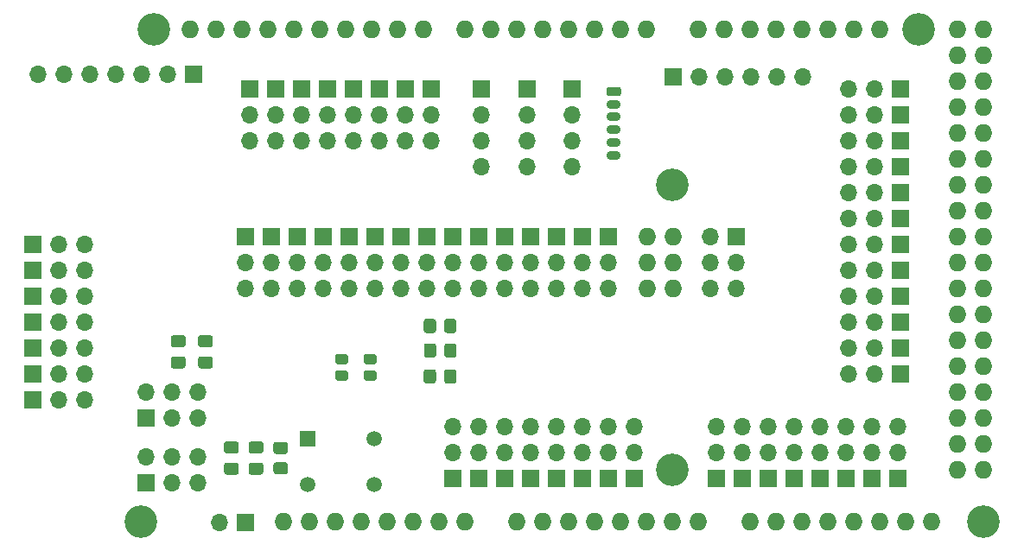
<source format=gts>
G04 #@! TF.GenerationSoftware,KiCad,Pcbnew,(5.1.12)-1*
G04 #@! TF.CreationDate,2021-11-28T08:49:57-03:00*
G04 #@! TF.ProjectId,SHIELD_MEGA,53484945-4c44-45f4-9d45-47412e6b6963,rev?*
G04 #@! TF.SameCoordinates,Original*
G04 #@! TF.FileFunction,Soldermask,Top*
G04 #@! TF.FilePolarity,Negative*
%FSLAX46Y46*%
G04 Gerber Fmt 4.6, Leading zero omitted, Abs format (unit mm)*
G04 Created by KiCad (PCBNEW (5.1.12)-1) date 2021-11-28 08:49:57*
%MOMM*%
%LPD*%
G01*
G04 APERTURE LIST*
%ADD10C,1.498000*%
%ADD11R,1.498000X1.498000*%
%ADD12O,1.700000X1.700000*%
%ADD13R,1.700000X1.700000*%
%ADD14O,1.727200X1.727200*%
%ADD15C,3.200000*%
%ADD16O,1.400000X0.900000*%
G04 APERTURE END LIST*
G36*
G01*
X136129000Y-97404200D02*
X136129000Y-96804200D01*
G75*
G02*
X136329000Y-96604200I200000J0D01*
G01*
X137229000Y-96604200D01*
G75*
G02*
X137429000Y-96804200I0J-200000D01*
G01*
X137429000Y-97404200D01*
G75*
G02*
X137229000Y-97604200I-200000J0D01*
G01*
X136329000Y-97604200D01*
G75*
G02*
X136129000Y-97404200I0J200000D01*
G01*
G37*
G36*
G01*
X133332000Y-97404200D02*
X133332000Y-96804200D01*
G75*
G02*
X133532000Y-96604200I200000J0D01*
G01*
X134432000Y-96604200D01*
G75*
G02*
X134632000Y-96804200I0J-200000D01*
G01*
X134632000Y-97404200D01*
G75*
G02*
X134432000Y-97604200I-200000J0D01*
G01*
X133532000Y-97604200D01*
G75*
G02*
X133332000Y-97404200I0J200000D01*
G01*
G37*
G36*
G01*
X136129000Y-99004400D02*
X136129000Y-98404400D01*
G75*
G02*
X136329000Y-98204400I200000J0D01*
G01*
X137229000Y-98204400D01*
G75*
G02*
X137429000Y-98404400I0J-200000D01*
G01*
X137429000Y-99004400D01*
G75*
G02*
X137229000Y-99204400I-200000J0D01*
G01*
X136329000Y-99204400D01*
G75*
G02*
X136129000Y-99004400I0J200000D01*
G01*
G37*
G36*
G01*
X133332000Y-99004400D02*
X133332000Y-98404400D01*
G75*
G02*
X133532000Y-98204400I200000J0D01*
G01*
X134432000Y-98204400D01*
G75*
G02*
X134632000Y-98404400I0J-200000D01*
G01*
X134632000Y-99004400D01*
G75*
G02*
X134432000Y-99204400I-200000J0D01*
G01*
X133532000Y-99204400D01*
G75*
G02*
X133332000Y-99004400I0J200000D01*
G01*
G37*
D10*
X137183000Y-104902000D03*
X137183000Y-109402000D03*
D11*
X130683000Y-104902000D03*
D10*
X130683000Y-109402000D03*
G36*
G01*
X144037000Y-94303001D02*
X144037000Y-93402999D01*
G75*
G02*
X144286999Y-93153000I249999J0D01*
G01*
X144987001Y-93153000D01*
G75*
G02*
X145237000Y-93402999I0J-249999D01*
G01*
X145237000Y-94303001D01*
G75*
G02*
X144987001Y-94553000I-249999J0D01*
G01*
X144286999Y-94553000D01*
G75*
G02*
X144037000Y-94303001I0J249999D01*
G01*
G37*
G36*
G01*
X142037000Y-94303001D02*
X142037000Y-93402999D01*
G75*
G02*
X142286999Y-93153000I249999J0D01*
G01*
X142987001Y-93153000D01*
G75*
G02*
X143237000Y-93402999I0J-249999D01*
G01*
X143237000Y-94303001D01*
G75*
G02*
X142987001Y-94553000I-249999J0D01*
G01*
X142286999Y-94553000D01*
G75*
G02*
X142037000Y-94303001I0J249999D01*
G01*
G37*
G36*
G01*
X144053000Y-96716001D02*
X144053000Y-95815999D01*
G75*
G02*
X144302999Y-95566000I249999J0D01*
G01*
X145003001Y-95566000D01*
G75*
G02*
X145253000Y-95815999I0J-249999D01*
G01*
X145253000Y-96716001D01*
G75*
G02*
X145003001Y-96966000I-249999J0D01*
G01*
X144302999Y-96966000D01*
G75*
G02*
X144053000Y-96716001I0J249999D01*
G01*
G37*
G36*
G01*
X142053000Y-96716001D02*
X142053000Y-95815999D01*
G75*
G02*
X142302999Y-95566000I249999J0D01*
G01*
X143003001Y-95566000D01*
G75*
G02*
X143253000Y-95815999I0J-249999D01*
G01*
X143253000Y-96716001D01*
G75*
G02*
X143003001Y-96966000I-249999J0D01*
G01*
X142302999Y-96966000D01*
G75*
G02*
X142053000Y-96716001I0J249999D01*
G01*
G37*
G36*
G01*
X144037000Y-99256001D02*
X144037000Y-98355999D01*
G75*
G02*
X144286999Y-98106000I249999J0D01*
G01*
X144987001Y-98106000D01*
G75*
G02*
X145237000Y-98355999I0J-249999D01*
G01*
X145237000Y-99256001D01*
G75*
G02*
X144987001Y-99506000I-249999J0D01*
G01*
X144286999Y-99506000D01*
G75*
G02*
X144037000Y-99256001I0J249999D01*
G01*
G37*
G36*
G01*
X142037000Y-99256001D02*
X142037000Y-98355999D01*
G75*
G02*
X142286999Y-98106000I249999J0D01*
G01*
X142987001Y-98106000D01*
G75*
G02*
X143237000Y-98355999I0J-249999D01*
G01*
X143237000Y-99256001D01*
G75*
G02*
X142987001Y-99506000I-249999J0D01*
G01*
X142286999Y-99506000D01*
G75*
G02*
X142037000Y-99256001I0J249999D01*
G01*
G37*
G36*
G01*
X127565999Y-107207000D02*
X128466001Y-107207000D01*
G75*
G02*
X128716000Y-107456999I0J-249999D01*
G01*
X128716000Y-108157001D01*
G75*
G02*
X128466001Y-108407000I-249999J0D01*
G01*
X127565999Y-108407000D01*
G75*
G02*
X127316000Y-108157001I0J249999D01*
G01*
X127316000Y-107456999D01*
G75*
G02*
X127565999Y-107207000I249999J0D01*
G01*
G37*
G36*
G01*
X127565999Y-105207000D02*
X128466001Y-105207000D01*
G75*
G02*
X128716000Y-105456999I0J-249999D01*
G01*
X128716000Y-106157001D01*
G75*
G02*
X128466001Y-106407000I-249999J0D01*
G01*
X127565999Y-106407000D01*
G75*
G02*
X127316000Y-106157001I0J249999D01*
G01*
X127316000Y-105456999D01*
G75*
G02*
X127565999Y-105207000I249999J0D01*
G01*
G37*
D12*
X129667000Y-90170000D03*
X129667000Y-87630000D03*
D13*
X129667000Y-85090000D03*
D12*
X132207000Y-90170000D03*
X132207000Y-87630000D03*
D13*
X132207000Y-85090000D03*
D12*
X134747000Y-90170000D03*
X134747000Y-87630000D03*
D13*
X134747000Y-85090000D03*
D12*
X137287000Y-90170000D03*
X137287000Y-87630000D03*
D13*
X137287000Y-85090000D03*
D12*
X139827000Y-90170000D03*
X139827000Y-87630000D03*
D13*
X139827000Y-85090000D03*
D12*
X142367000Y-90170000D03*
X142367000Y-87630000D03*
D13*
X142367000Y-85090000D03*
D12*
X144907000Y-90170000D03*
X144907000Y-87630000D03*
D13*
X144907000Y-85090000D03*
D12*
X147447000Y-90170000D03*
X147447000Y-87630000D03*
D13*
X147447000Y-85090000D03*
D12*
X149987000Y-90170000D03*
X149987000Y-87630000D03*
D13*
X149987000Y-85090000D03*
D12*
X152527000Y-90170000D03*
X152527000Y-87630000D03*
D13*
X152527000Y-85090000D03*
D12*
X155067000Y-90170000D03*
X155067000Y-87630000D03*
D13*
X155067000Y-85090000D03*
D12*
X157607000Y-90170000D03*
X157607000Y-87630000D03*
D13*
X157607000Y-85090000D03*
D12*
X160147000Y-90170000D03*
X160147000Y-87630000D03*
D13*
X160147000Y-85090000D03*
D12*
X183642000Y-98552000D03*
X186182000Y-98552000D03*
D13*
X188722000Y-98552000D03*
D12*
X183642000Y-96012000D03*
X186182000Y-96012000D03*
D13*
X188722000Y-96012000D03*
D12*
X183642000Y-93472000D03*
X186182000Y-93472000D03*
D13*
X188722000Y-93472000D03*
D12*
X183642000Y-90932000D03*
X186182000Y-90932000D03*
D13*
X188722000Y-90932000D03*
D12*
X183642000Y-88392000D03*
X186182000Y-88392000D03*
D13*
X188722000Y-88392000D03*
D12*
X183642000Y-85852000D03*
X186182000Y-85852000D03*
D13*
X188722000Y-85852000D03*
D12*
X183642000Y-83312000D03*
X186182000Y-83312000D03*
D13*
X188722000Y-83312000D03*
D12*
X183642000Y-80772000D03*
X186182000Y-80772000D03*
D13*
X188722000Y-80772000D03*
D12*
X183642000Y-78232000D03*
X186182000Y-78232000D03*
D13*
X188722000Y-78232000D03*
D12*
X124587000Y-90170000D03*
X124587000Y-87630000D03*
D13*
X124587000Y-85090000D03*
D12*
X127127000Y-90170000D03*
X127127000Y-87630000D03*
D13*
X127127000Y-85090000D03*
G36*
G01*
X125128000Y-107257000D02*
X126078000Y-107257000D01*
G75*
G02*
X126328000Y-107507000I0J-250000D01*
G01*
X126328000Y-108182000D01*
G75*
G02*
X126078000Y-108432000I-250000J0D01*
G01*
X125128000Y-108432000D01*
G75*
G02*
X124878000Y-108182000I0J250000D01*
G01*
X124878000Y-107507000D01*
G75*
G02*
X125128000Y-107257000I250000J0D01*
G01*
G37*
G36*
G01*
X125128000Y-105182000D02*
X126078000Y-105182000D01*
G75*
G02*
X126328000Y-105432000I0J-250000D01*
G01*
X126328000Y-106107000D01*
G75*
G02*
X126078000Y-106357000I-250000J0D01*
G01*
X125128000Y-106357000D01*
G75*
G02*
X124878000Y-106107000I0J250000D01*
G01*
X124878000Y-105432000D01*
G75*
G02*
X125128000Y-105182000I250000J0D01*
G01*
G37*
G36*
G01*
X122715000Y-107257000D02*
X123665000Y-107257000D01*
G75*
G02*
X123915000Y-107507000I0J-250000D01*
G01*
X123915000Y-108182000D01*
G75*
G02*
X123665000Y-108432000I-250000J0D01*
G01*
X122715000Y-108432000D01*
G75*
G02*
X122465000Y-108182000I0J250000D01*
G01*
X122465000Y-107507000D01*
G75*
G02*
X122715000Y-107257000I250000J0D01*
G01*
G37*
G36*
G01*
X122715000Y-105182000D02*
X123665000Y-105182000D01*
G75*
G02*
X123915000Y-105432000I0J-250000D01*
G01*
X123915000Y-106107000D01*
G75*
G02*
X123665000Y-106357000I-250000J0D01*
G01*
X122715000Y-106357000D01*
G75*
G02*
X122465000Y-106107000I0J250000D01*
G01*
X122465000Y-105432000D01*
G75*
G02*
X122715000Y-105182000I250000J0D01*
G01*
G37*
G36*
G01*
X121125000Y-95943000D02*
X120175000Y-95943000D01*
G75*
G02*
X119925000Y-95693000I0J250000D01*
G01*
X119925000Y-95018000D01*
G75*
G02*
X120175000Y-94768000I250000J0D01*
G01*
X121125000Y-94768000D01*
G75*
G02*
X121375000Y-95018000I0J-250000D01*
G01*
X121375000Y-95693000D01*
G75*
G02*
X121125000Y-95943000I-250000J0D01*
G01*
G37*
G36*
G01*
X121125000Y-98018000D02*
X120175000Y-98018000D01*
G75*
G02*
X119925000Y-97768000I0J250000D01*
G01*
X119925000Y-97093000D01*
G75*
G02*
X120175000Y-96843000I250000J0D01*
G01*
X121125000Y-96843000D01*
G75*
G02*
X121375000Y-97093000I0J-250000D01*
G01*
X121375000Y-97768000D01*
G75*
G02*
X121125000Y-98018000I-250000J0D01*
G01*
G37*
G36*
G01*
X118458000Y-95943000D02*
X117508000Y-95943000D01*
G75*
G02*
X117258000Y-95693000I0J250000D01*
G01*
X117258000Y-95018000D01*
G75*
G02*
X117508000Y-94768000I250000J0D01*
G01*
X118458000Y-94768000D01*
G75*
G02*
X118708000Y-95018000I0J-250000D01*
G01*
X118708000Y-95693000D01*
G75*
G02*
X118458000Y-95943000I-250000J0D01*
G01*
G37*
G36*
G01*
X118458000Y-98018000D02*
X117508000Y-98018000D01*
G75*
G02*
X117258000Y-97768000I0J250000D01*
G01*
X117258000Y-97093000D01*
G75*
G02*
X117508000Y-96843000I250000J0D01*
G01*
X118458000Y-96843000D01*
G75*
G02*
X118708000Y-97093000I0J-250000D01*
G01*
X118708000Y-97768000D01*
G75*
G02*
X118458000Y-98018000I-250000J0D01*
G01*
G37*
D12*
X142773400Y-75692000D03*
X142773400Y-73152000D03*
D13*
X142773400Y-70612000D03*
D12*
X183642000Y-75692000D03*
X186182000Y-75692000D03*
D13*
X188722000Y-75692000D03*
D12*
X183642000Y-73152000D03*
X186182000Y-73152000D03*
D13*
X188722000Y-73152000D03*
D12*
X183642000Y-70612000D03*
X186182000Y-70612000D03*
D13*
X188722000Y-70612000D03*
X130048000Y-70612000D03*
D12*
X130048000Y-73152000D03*
X130048000Y-75692000D03*
X132588000Y-75692000D03*
X132588000Y-73152000D03*
D13*
X132588000Y-70612000D03*
X135153400Y-70611799D03*
D12*
X135153400Y-73151799D03*
X135153400Y-75691799D03*
X188468000Y-103759000D03*
X188468000Y-106299000D03*
D13*
X188468000Y-108839000D03*
D12*
X185928000Y-103759000D03*
X185928000Y-106299000D03*
D13*
X185928000Y-108839000D03*
D12*
X183388000Y-103759000D03*
X183388000Y-106299000D03*
D13*
X183388000Y-108839000D03*
D12*
X180848000Y-103759000D03*
X180848000Y-106299000D03*
D13*
X180848000Y-108839000D03*
D12*
X178308000Y-103759000D03*
X178308000Y-106299000D03*
D13*
X178308000Y-108839000D03*
D12*
X175768000Y-103759000D03*
X175768000Y-106299000D03*
D13*
X175768000Y-108839000D03*
D12*
X173228000Y-103759000D03*
X173228000Y-106299000D03*
D13*
X173228000Y-108839000D03*
D12*
X170688000Y-103759000D03*
X170688000Y-106299000D03*
D13*
X170688000Y-108839000D03*
D12*
X162687000Y-103759000D03*
X162687000Y-106299000D03*
D13*
X162687000Y-108839000D03*
D12*
X160147000Y-103759000D03*
X160147000Y-106299000D03*
D13*
X160147000Y-108839000D03*
D12*
X157607000Y-103759000D03*
X157607000Y-106299000D03*
D13*
X157607000Y-108839000D03*
D12*
X155067000Y-103759000D03*
X155067000Y-106299000D03*
D13*
X155067000Y-108839000D03*
D12*
X152527000Y-103759000D03*
X152527000Y-106299000D03*
D13*
X152527000Y-108839000D03*
D12*
X149987000Y-103759000D03*
X149987000Y-106299000D03*
D13*
X149987000Y-108839000D03*
D12*
X147447000Y-103759000D03*
X147447000Y-106299000D03*
D13*
X147447000Y-108839000D03*
D12*
X144907000Y-103759000D03*
X144907000Y-106299000D03*
D13*
X144907000Y-108839000D03*
D14*
X163957000Y-90170000D03*
X166497000Y-90170000D03*
X166497000Y-87630000D03*
X163957000Y-87630000D03*
X166497000Y-85090000D03*
X151130000Y-113030000D03*
X146050000Y-113030000D03*
X143510000Y-113030000D03*
X140970000Y-113030000D03*
X138430000Y-113030000D03*
X135890000Y-113030000D03*
X133350000Y-113030000D03*
X130810000Y-113030000D03*
X186690000Y-64770000D03*
X184150000Y-64770000D03*
X181610000Y-64770000D03*
X179070000Y-64770000D03*
X176530000Y-64770000D03*
X173990000Y-64770000D03*
X171450000Y-64770000D03*
X168910000Y-64770000D03*
X163830000Y-64770000D03*
X161290000Y-64770000D03*
X158750000Y-64770000D03*
X156210000Y-64770000D03*
X153670000Y-64770000D03*
X151130000Y-64770000D03*
X148590000Y-64770000D03*
X146050000Y-64770000D03*
X126746000Y-64770000D03*
X141986000Y-64770000D03*
X139446000Y-64770000D03*
X136906000Y-64770000D03*
D15*
X166370000Y-107950000D03*
X166370000Y-80010000D03*
X190500000Y-64770000D03*
X115570000Y-64770000D03*
X196850000Y-113030000D03*
X114300000Y-113030000D03*
D14*
X119126000Y-64770000D03*
X121666000Y-64770000D03*
X124206000Y-64770000D03*
X129286000Y-64770000D03*
X131826000Y-64770000D03*
X134366000Y-64770000D03*
X128270000Y-113030000D03*
X153670000Y-113030000D03*
X156210000Y-113030000D03*
X158750000Y-113030000D03*
X161290000Y-113030000D03*
X163830000Y-113030000D03*
X166370000Y-113030000D03*
X168910000Y-113030000D03*
X173990000Y-113030000D03*
X176530000Y-113030000D03*
X179070000Y-113030000D03*
X181610000Y-113030000D03*
X184150000Y-113030000D03*
X186690000Y-113030000D03*
X189230000Y-113030000D03*
X191770000Y-113030000D03*
X194310000Y-64770000D03*
X196850000Y-64770000D03*
X194310000Y-67310000D03*
X196850000Y-67310000D03*
X194310000Y-69850000D03*
X196850000Y-69850000D03*
X194310000Y-72390000D03*
X196850000Y-72390000D03*
X194310000Y-74930000D03*
X196850000Y-74930000D03*
X194310000Y-77470000D03*
X196850000Y-77470000D03*
X194310000Y-80010000D03*
X196850000Y-80010000D03*
X194310000Y-82550000D03*
X196850000Y-82550000D03*
X194310000Y-85090000D03*
X196850000Y-85090000D03*
X194310000Y-87630000D03*
X196850000Y-87630000D03*
X194310000Y-90170000D03*
X196850000Y-90170000D03*
X194310000Y-92710000D03*
X196850000Y-92710000D03*
X194310000Y-95250000D03*
X196850000Y-95250000D03*
X194310000Y-97790000D03*
X196850000Y-97790000D03*
X194310000Y-100330000D03*
X196850000Y-100330000D03*
X194310000Y-102870000D03*
X196850000Y-102870000D03*
X194310000Y-105410000D03*
X196850000Y-105410000D03*
X194310000Y-107950000D03*
X196850000Y-107950000D03*
X163957000Y-85090000D03*
D12*
X108839000Y-85852000D03*
X106299000Y-85852000D03*
D13*
X103759000Y-85852000D03*
X103759000Y-88392000D03*
D12*
X106299000Y-88392000D03*
X108839000Y-88392000D03*
X108839000Y-90932000D03*
X106299000Y-90932000D03*
D13*
X103759000Y-90932000D03*
X103759000Y-93472000D03*
D12*
X106299000Y-93472000D03*
X108839000Y-93472000D03*
D13*
X103759000Y-96012000D03*
D12*
X106299000Y-96012000D03*
X108839000Y-96012000D03*
X108839000Y-98552000D03*
X106299000Y-98552000D03*
D13*
X103759000Y-98552000D03*
X103759000Y-101092000D03*
D12*
X106299000Y-101092000D03*
X108839000Y-101092000D03*
X170129200Y-90195400D03*
X172669200Y-90195400D03*
X170129200Y-87655400D03*
X172669200Y-87655400D03*
X170129200Y-85115400D03*
D13*
X172669200Y-85115400D03*
X114808000Y-109220000D03*
D12*
X114808000Y-106680000D03*
X117348000Y-109220000D03*
X117348000Y-106680000D03*
X119888000Y-109220000D03*
X119888000Y-106680000D03*
X119888000Y-100330000D03*
X119888000Y-102870000D03*
X117348000Y-100330000D03*
X117348000Y-102870000D03*
X114808000Y-100330000D03*
D13*
X114808000Y-102870000D03*
X124587000Y-113157000D03*
D12*
X122047000Y-113157000D03*
D13*
X119456200Y-69215000D03*
D12*
X116916200Y-69215000D03*
X114376200Y-69215000D03*
X111836200Y-69215000D03*
X109296200Y-69215000D03*
X106756200Y-69215000D03*
X104216200Y-69215000D03*
X137693400Y-75691799D03*
X137693400Y-73151799D03*
D13*
X137693400Y-70611799D03*
G36*
G01*
X160180000Y-70416000D02*
X161130000Y-70416000D01*
G75*
G02*
X161355000Y-70641000I0J-225000D01*
G01*
X161355000Y-71091000D01*
G75*
G02*
X161130000Y-71316000I-225000J0D01*
G01*
X160180000Y-71316000D01*
G75*
G02*
X159955000Y-71091000I0J225000D01*
G01*
X159955000Y-70641000D01*
G75*
G02*
X160180000Y-70416000I225000J0D01*
G01*
G37*
D16*
X160655000Y-72116000D03*
X160655000Y-73366000D03*
X160655000Y-74616000D03*
X160655000Y-75866000D03*
X160655000Y-77116000D03*
D13*
X147701000Y-70612000D03*
D12*
X147701000Y-73152000D03*
X147701000Y-75692000D03*
X147701000Y-78232000D03*
D13*
X156591000Y-70612000D03*
D12*
X156591000Y-73152000D03*
X156591000Y-75692000D03*
X156591000Y-78232000D03*
X152146000Y-78232000D03*
X152146000Y-75692000D03*
X152146000Y-73152000D03*
D13*
X152146000Y-70612000D03*
D12*
X140233400Y-75692000D03*
X140233400Y-73152000D03*
D13*
X140233400Y-70612000D03*
X127508000Y-70612000D03*
D12*
X127508000Y-73152000D03*
X127508000Y-75692000D03*
X124968000Y-75692000D03*
X124968000Y-73152000D03*
D13*
X124968000Y-70612000D03*
X166497000Y-69469000D03*
D12*
X169037000Y-69469000D03*
X171577000Y-69469000D03*
X174117000Y-69469000D03*
X176657000Y-69469000D03*
X179197000Y-69469000D03*
M02*

</source>
